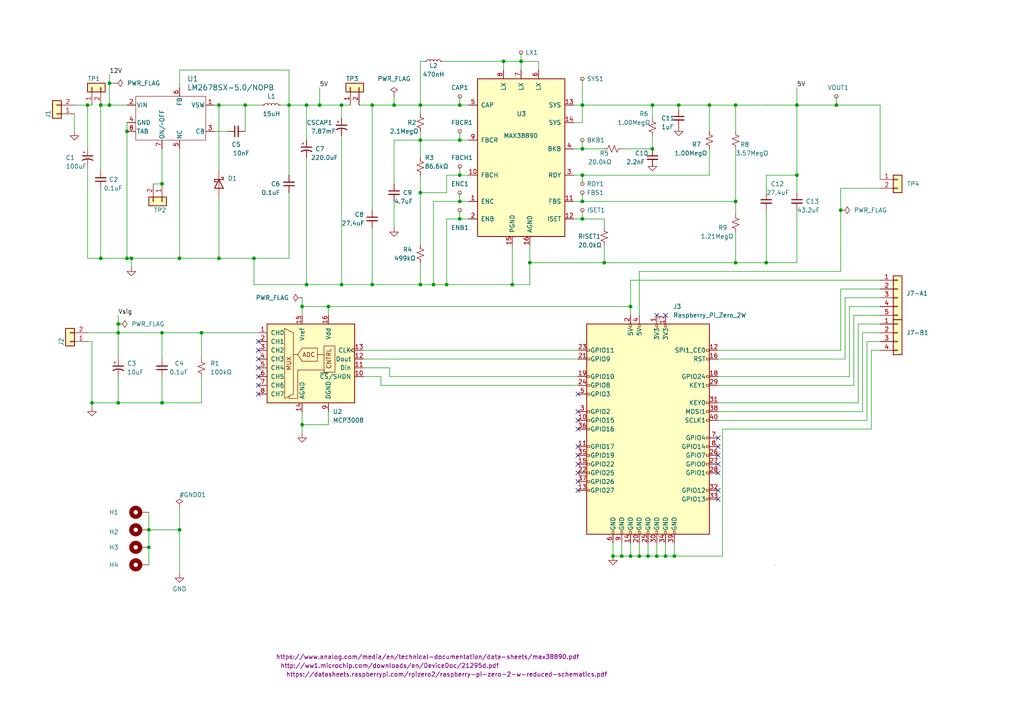
<source format=kicad_sch>
(kicad_sch (version 20230121) (generator eeschema)
  (paper "A4")
  (title_block (title "DATA CAPTURE MODULE") (date "2023-10-11") (rev "B - 3") (company "HNOI / SDSU") (comment 1 "By Kevin Wilkins, Fadi Shebli, Johnhenry Do, Sarah Muayad, and Ian McEwan"))
  (lib_symbols
    (symbol "AAA_Senior_Design:LM2678SX-5.0_NOPB" (pin_names (offset 0.254))
      (property "Reference" "U" (at 7.62 2.54 0))
      (property "Value" "LM2678SX-5.0/NOPB" (at 2.54 12.7 0))
      (symbol "LM2678SX-5.0_NOPB_0_1"
        (polyline (pts (xy 7.62 -12.7) (xy 27.94 -12.7)) (stroke (width 0.127)))
        (polyline (pts (xy 7.62 0) (xy 7.62 -12.7)) (stroke (width 0.127)))
        (polyline (pts (xy 27.94 -12.7) (xy 27.94 0)) (stroke (width 0.127)))
        (polyline (pts (xy 27.94 0) (xy 7.62 0)) (stroke (width 0.127)))
      )
      (symbol "LM2678SX-5.0_NOPB_1_1"
        (pin output line (at 30.48 -2.54 180) (length 2.54) (name "VSW") (number "1"))
        (pin input line (at 5.08 -2.54 0) (length 2.54) (name "VIN") (number "2"))
        (pin passive line (at 30.48 -10.16 180) (length 2.54) (name "CB") (number "3"))
        (pin passive line (at 5.08 -7.62 0) (length 2.54) (name "GND") (number "4"))
        (pin passive line (at 20.32 -15.24 90) (length 2.54) (name "NC") (number "5"))
        (pin passive line (at 20.32 2.54 270) (length 2.54) (name "FB") (number "6"))
        (pin passive line (at 15.24 -15.24 90) (length 2.54) (name "ON/~OFF") (number "7"))
        (pin unspecified line (at 5.08 -10.16 0) (length 2.54) (name "TAB") (number "8"))
      )
    )
    (symbol "AAA_Senior_Design:MAX38890" (pin_names (offset 1.016))
      (property "Reference" "U" (at 10.16 -12.7 0))
      (property "Value" "MAX38890" (at 7.62 -10.16 0))
      (property "Footprint" "Package_DFN_QFN:TQFN-16-1EP_3x3mm_P0.5mm_EP1.23x1.23mm" (at -27.94 22.86 0))
      (property "Datasheet" "https://www.analog.com/media/en/technical-documentation/data-sheets/max38890.pdf" (at -27.94 20.32 0))
      (symbol "MAX38890_0_0"
        (text "" (at 19.4056 -22.1996 0) (effects (font (size 1.27 1.27))))
      )
      (symbol "MAX38890_0_1"
        (rectangle (start 0.1016 5.08) (end 25.4 -40.64) (stroke (width 0.254)) (fill (type background)))
      )
      (symbol "MAX38890_1_1"
        (pin input line (at -2.54 -30.48 0) (length 2.54) (name "ENC") (number "1"))
        (pin input line (at -2.54 -22.86 0) (length 2.54) (name "FBCH") (number "10"))
        (pin output line (at 27.94 -30.48 180) (length 2.54) (name "FBS") (number "11"))
        (pin output line (at 27.94 -35.56 180) (length 2.54) (name "ISET") (number "12"))
        (pin power_out line (at 27.94 -2.54 180) (length 2.54) (name "SYS") (number "13"))
        (pin power_out line (at 27.94 -7.62 180) (length 2.54) (name "SYS") (number "14"))
        (pin power_in line (at 10.16 -43.18 90) (length 2.54) (name "PGND") (number "15"))
        (pin power_in line (at 15.24 -43.18 90) (length 2.54) (name "AGND") (number "16"))
        (pin input line (at -2.54 -35.56 0) (length 2.54) (name "ENB") (number "2"))
        (pin output line (at 27.94 -22.86 180) (length 2.54) (name "RDY") (number "3"))
        (pin output line (at 27.94 -15.24 180) (length 2.54) (name "BKB") (number "4"))
        (pin power_in line (at -2.54 -2.54 0) (length 2.54) (name "CAP") (number "5"))
        (pin bidirectional line (at 17.78 7.62 270) (length 2.54) (name "LX") (number "6"))
        (pin bidirectional line (at 12.7 7.62 270) (length 2.54) (name "LX") (number "7"))
        (pin bidirectional line (at 7.62 7.62 270) (length 2.54) (name "LX") (number "8"))
        (pin input line (at -2.54 -12.7 0) (length 2.54) (name "FBCR") (number "9"))
      )
    )
    (symbol "AAA_Senior_Design:Raspberry_Zero_2W" (pin_names (offset 1.016))
      (property "Reference" "J" (at -17.78 31.75 0))
      (property "Value" "Raspberry_Pi_Zero_2W" (at 10.16 -31.75 0))
      (symbol "Raspberry_Zero_2W_0_1"
        (rectangle (start -17.78 30.48) (end 17.78 -30.48) (stroke (width 0.254)) (fill (type background)))
      )
      (symbol "Raspberry_Zero_2W_1_1"
        (rectangle (start -16.891 -17.526) (end -17.78 -18.034))
        (rectangle (start -16.891 -14.986) (end -17.78 -15.494))
        (rectangle (start -16.891 -12.446) (end -17.78 -12.954))
        (rectangle (start -16.891 -9.906) (end -17.78 -10.414))
        (rectangle (start -16.891 -7.366) (end -17.78 -7.874))
        (rectangle (start -16.891 -4.826) (end -17.78 -5.334))
        (rectangle (start -16.891 0.254) (end -17.78 -0.254))
        (rectangle (start -16.891 2.794) (end -17.78 2.286))
        (rectangle (start -16.891 5.334) (end -17.78 4.826))
        (rectangle (start -16.891 10.414) (end -17.78 9.906))
        (rectangle (start -16.891 12.954) (end -17.78 12.446))
        (rectangle (start -16.891 15.494) (end -17.78 14.986))
        (rectangle (start -16.891 20.574) (end -17.78 20.066))
        (rectangle (start -16.891 23.114) (end -17.78 22.606))
        (rectangle (start -10.414 -29.591) (end -9.906 -30.48))
        (rectangle (start -7.874 -29.591) (end -7.366 -30.48))
        (rectangle (start -5.334 -29.591) (end -4.826 -30.48))
        (rectangle (start -5.334 30.48) (end -4.826 29.591))
        (rectangle (start -2.794 -29.591) (end -2.286 -30.48))
        (rectangle (start -2.794 30.48) (end -2.286 29.591))
        (rectangle (start -0.254 -29.591) (end 0.254 -30.48))
        (rectangle (start 2.286 -29.591) (end 2.794 -30.48))
        (rectangle (start 2.286 30.48) (end 2.794 29.591))
        (rectangle (start 4.826 -29.591) (end 5.334 -30.48))
        (rectangle (start 4.826 30.48) (end 5.334 29.591))
        (rectangle (start 7.366 -29.591) (end 7.874 -30.48))
        (rectangle (start 16.891 23.114) (end 17.78 22.606))
        (rectangle (start 17.78 -20.066) (end 16.891 -20.574))
        (rectangle (start 17.78 -17.526) (end 16.891 -18.034))
        (rectangle (start 17.78 -12.446) (end 16.891 -12.954))
        (rectangle (start 17.78 -9.906) (end 16.891 -10.414))
        (rectangle (start 17.78 -7.366) (end 16.891 -7.874))
        (rectangle (start 17.78 -4.826) (end 16.891 -5.334))
        (rectangle (start 17.78 -2.286) (end 16.891 -2.794))
        (rectangle (start 17.78 2.794) (end 16.891 2.286))
        (rectangle (start 17.78 5.334) (end 16.891 4.826))
        (rectangle (start 17.78 7.874) (end 16.891 7.366))
        (rectangle (start 17.78 12.954) (end 16.891 12.446))
        (rectangle (start 17.78 15.494) (end 16.891 14.986))
        (rectangle (start 17.78 20.574) (end 16.891 20.066))
        (pin power_in line (at 2.54 33.02 270) (length 2.54) (name "3V3") (number "1"))
        (pin bidirectional line (at -20.32 2.54 0) (length 2.54) (name "GPIO15") (number "10"))
        (pin bidirectional line (at -20.32 -5.08 0) (length 2.54) (name "GPIO17") (number "11"))
        (pin bidirectional line (at 20.32 22.86 180) (length 2.54) (name "SPI1_CE0") (number "12"))
        (pin bidirectional line (at -20.32 -17.78 0) (length 2.54) (name "GPIO27") (number "13"))
        (pin power_in line (at -5.08 -33.02 90) (length 2.54) (name "GND") (number "14"))
        (pin bidirectional line (at -20.32 -10.16 0) (length 2.54) (name "GPIO22") (number "15"))
        (pin bidirectional line (at 20.32 20.32 180) (length 2.54) (name "RST") (number "16"))
        (pin power_in line (at 5.08 33.02 270) (length 2.54) (name "3V3") (number "17"))
        (pin bidirectional line (at 20.32 15.24 180) (length 2.54) (name "GPIO24") (number "18"))
        (pin bidirectional line (at -20.32 15.24 0) (length 2.54) (name "GPIO10") (number "19"))
        (pin power_in line (at -5.08 33.02 270) (length 2.54) (name "5V") (number "2"))
        (pin power_in line (at -2.54 -33.02 90) (length 2.54) (name "GND") (number "20"))
        (pin bidirectional line (at -20.32 20.32 0) (length 2.54) (name "GPIO9") (number "21"))
        (pin bidirectional line (at -20.32 -12.7 0) (length 2.54) (name "GPIO25") (number "22"))
        (pin bidirectional line (at -20.32 22.86 0) (length 2.54) (name "GPIO11") (number "23"))
        (pin bidirectional line (at -20.32 12.7 0) (length 2.54) (name "GPIO8") (number "24"))
        (pin power_in line (at 0 -33.02 90) (length 2.54) (name "GND") (number "25"))
        (pin bidirectional line (at 20.32 -7.62 180) (length 2.54) (name "GPIO7") (number "26"))
        (pin bidirectional line (at 20.32 -10.16 180) (length 2.54) (name "GPIO0") (number "27"))
        (pin bidirectional line (at 20.32 -12.7 180) (length 2.54) (name "GPIO1") (number "28"))
        (pin bidirectional line (at 20.32 12.7 180) (length 2.54) (name "KEY1") (number "29"))
        (pin bidirectional line (at -20.32 5.08 0) (length 2.54) (name "GPIO2") (number "3"))
        (pin power_in line (at 2.54 -33.02 90) (length 2.54) (name "GND") (number "30"))
        (pin bidirectional line (at 20.32 7.62 180) (length 2.54) (name "KEY0") (number "31"))
        (pin bidirectional line (at 20.32 -17.78 180) (length 2.54) (name "GPIO12") (number "32"))
        (pin bidirectional line (at 20.32 -20.32 180) (length 2.54) (name "GPIO13") (number "33"))
        (pin power_in line (at 5.08 -33.02 90) (length 2.54) (name "GND") (number "34"))
        (pin bidirectional line (at -20.32 -7.62 0) (length 2.54) (name "GPIO19") (number "35"))
        (pin bidirectional line (at -20.32 0 0) (length 2.54) (name "GPIO16") (number "36"))
        (pin bidirectional line (at -20.32 -15.24 0) (length 2.54) (name "GPIO26") (number "37"))
        (pin bidirectional line (at 20.32 5.08 180) (length 2.54) (name "MOSI1") (number "38"))
        (pin power_in line (at 7.62 -33.02 90) (length 2.54) (name "GND") (number "39"))
        (pin power_in line (at -2.54 33.02 270) (length 2.54) (name "5V") (number "4"))
        (pin bidirectional line (at 20.32 2.54 180) (length 2.54) (name "SCLK1") (number "40"))
        (pin bidirectional line (at -20.32 10.16 0) (length 2.54) (name "GPIO3") (number "5"))
        (pin power_in line (at -10.16 -33.02 90) (length 2.54) (name "GND") (number "6"))
        (pin bidirectional line (at 20.32 -2.54 180) (length 2.54) (name "GPIO4") (number "7"))
        (pin bidirectional line (at 20.32 -5.08 180) (length 2.54) (name "GPIO14") (number "8"))
        (pin power_in line (at -7.62 -33.02 90) (length 2.54) (name "GND") (number "9"))
      )
    )
    (symbol "Analog_ADC:MCP3008" (pin_names (offset 1.016))
      (property "Reference" "U" (at -5.08 13.335 0))
      (property "Value" "MCP3008" (at -5.08 11.43 0))
      (symbol "MCP3008_0_0"
        (text "ADC" (at -0.635 1.27 0) (effects (font (size 1.27 1.27))))
        (text "CNTRL" (at 5.969 -2.921 900) (effects (font (size 1.27 1.27)) (justify left bottom)))
        (text "MUX" (at -6.35 -1.27 900) (effects (font (size 1.27 1.27))))
      )
      (symbol "MCP3008_0_1"
        (polyline (pts (xy -3.81 1.27) (xy -5.08 1.27)))
        (polyline (pts (xy 1.905 1.27) (xy 3.81 1.27)))
        (polyline (pts (xy -7.62 8.89) (xy -7.62 -11.43) (xy -5.08 -10.16) (xy -5.08 7.62) (xy -7.62 8.89)))
        (polyline (pts (xy 3.81 -3.175) (xy -3.81 -3.175) (xy -3.81 -11.43) (xy -6.35 -11.43) (xy -6.35 -10.795)))
        (polyline (pts (xy 1.905 3.175) (xy 1.905 -0.635) (xy -2.54 -0.635) (xy -3.81 1.27) (xy -2.54 3.175) (xy 1.905 3.175)))
        (rectangle (start 3.81 -3.81) (end 6.985 3.81))
        (rectangle (start 12.7 -12.7) (end -12.7 10.16) (stroke (width 0.254)) (fill (type background)))
      )
      (symbol "MCP3008_1_1"
        (pin input line (at -15.24 7.62 0) (length 2.54) (name "CH0") (number "1"))
        (pin input line (at 15.24 -5.08 180) (length 2.54) (name "~{CS}/SHDN") (number "10"))
        (pin input line (at 15.24 -2.54 180) (length 2.54) (name "Din") (number "11"))
        (pin output line (at 15.24 0 180) (length 2.54) (name "Dout") (number "12"))
        (pin input clock (at 15.24 2.54 180) (length 2.54) (name "CLK") (number "13"))
        (pin power_in line (at -2.54 -15.24 90) (length 2.54) (name "AGND") (number "14"))
        (pin power_in line (at -2.54 12.7 270) (length 2.54) (name "Vref") (number "15"))
        (pin power_in line (at 5.08 12.7 270) (length 2.54) (name "Vdd") (number "16"))
        (pin input line (at -15.24 5.08 0) (length 2.54) (name "CH1") (number "2"))
        (pin input line (at -15.24 2.54 0) (length 2.54) (name "CH2") (number "3"))
        (pin input line (at -15.24 0 0) (length 2.54) (name "CH3") (number "4"))
        (pin input line (at -15.24 -2.54 0) (length 2.54) (name "CH4") (number "5"))
        (pin input line (at -15.24 -5.08 0) (length 2.54) (name "CH5") (number "6"))
        (pin input line (at -15.24 -7.62 0) (length 2.54) (name "CH6") (number "7"))
        (pin input line (at -15.24 -10.16 0) (length 2.54) (name "CH7") (number "8"))
        (pin power_in line (at 5.08 -15.24 90) (length 2.54) (name "DGND") (number "9"))
      )
    )
    (symbol "Connector:TestPoint_Small" (pin_numbers hide) (pin_names (offset 0.762) hide)
      (property "Reference" "TP" (at 0 3.81 0))
      (property "Value" "TestPoint_Small" (at 0 2.032 0))
      (symbol "TestPoint_Small_0_1"
        (circle (center 0 0) (radius 0.508))
      )
      (symbol "TestPoint_Small_1_1"
        (pin passive line (at 0 0 90) (length 0) (name "1") (number "1"))
      )
    )
    (symbol "Connector_Generic:Conn_01x02" (pin_names (offset 1.016) hide)
      (property "Reference" "J" (at 0 2.54 0))
      (property "Value" "Conn_01x02" (at 0 -5.08 0))
      (symbol "Conn_01x02_1_1"
        (rectangle (start -1.27 -2.413) (end 0 -2.667) (stroke (width 0.1524)))
        (rectangle (start -1.27 0.127) (end 0 -0.127) (stroke (width 0.1524)))
        (rectangle (start -1.27 1.27) (end 1.27 -3.81) (stroke (width 0.254)) (fill (type background)))
        (pin passive line (at -5.08 0 0) (length 3.81) (name "Pin_1") (number "1"))
        (pin passive line (at -5.08 -2.54 0) (length 3.81) (name "Pin_2") (number "2"))
      )
    )
    (symbol "Connector_Generic:Conn_01x04" (pin_names (offset 1.016) hide)
      (property "Reference" "J" (at 0 5.08 0))
      (property "Value" "Conn_01x04" (at 0 -7.62 0))
      (symbol "Conn_01x04_1_1"
        (rectangle (start -1.27 -4.953) (end 0 -5.207) (stroke (width 0.1524)))
        (rectangle (start -1.27 -2.413) (end 0 -2.667) (stroke (width 0.1524)))
        (rectangle (start -1.27 0.127) (end 0 -0.127) (stroke (width 0.1524)))
        (rectangle (start -1.27 2.667) (end 0 2.413) (stroke (width 0.1524)))
        (rectangle (start -1.27 3.81) (end 1.27 -6.35) (stroke (width 0.254)) (fill (type background)))
        (pin passive line (at -5.08 2.54 0) (length 3.81) (name "Pin_1") (number "1"))
        (pin passive line (at -5.08 0 0) (length 3.81) (name "Pin_2") (number "2"))
        (pin passive line (at -5.08 -2.54 0) (length 3.81) (name "Pin_3") (number "3"))
        (pin passive line (at -5.08 -5.08 0) (length 3.81) (name "Pin_4") (number "4"))
      )
    )
    (symbol "Connector_Generic:Conn_01x05" (pin_names (offset 1.016) hide)
      (property "Reference" "J" (at 0 7.62 0))
      (property "Value" "Conn_01x05" (at 0 -7.62 0))
      (symbol "Conn_01x05_1_1"
        (rectangle (start -1.27 -4.953) (end 0 -5.207) (stroke (width 0.1524)))
        (rectangle (start -1.27 -2.413) (end 0 -2.667) (stroke (width 0.1524)))
        (rectangle (start -1.27 0.127) (end 0 -0.127) (stroke (width 0.1524)))
        (rectangle (start -1.27 2.667) (end 0 2.413) (stroke (width 0.1524)))
        (rectangle (start -1.27 5.207) (end 0 4.953) (stroke (width 0.1524)))
        (rectangle (start -1.27 6.35) (end 1.27 -6.35) (stroke (width 0.254)) (fill (type background)))
        (pin passive line (at -5.08 5.08 0) (length 3.81) (name "Pin_1") (number "1"))
        (pin passive line (at -5.08 2.54 0) (length 3.81) (name "Pin_2") (number "2"))
        (pin passive line (at -5.08 0 0) (length 3.81) (name "Pin_3") (number "3"))
        (pin passive line (at -5.08 -2.54 0) (length 3.81) (name "Pin_4") (number "4"))
        (pin passive line (at -5.08 -5.08 0) (length 3.81) (name "Pin_5") (number "5"))
      )
    )
    (symbol "Device:C_Polarized_Small_US" (pin_numbers hide) (pin_names (offset 0.254) hide)
      (property "Reference" "C" (at 0.254 1.778 0))
      (property "Value" "C_Polarized_Small_US" (at 0.254 -2.032 0))
      (symbol "C_Polarized_Small_US_0_1"
        (polyline (pts (xy -1.524 0.508) (xy 1.524 0.508)) (stroke (width 0.3048)))
        (polyline (pts (xy -1.27 1.524) (xy -0.762 1.524)))
        (polyline (pts (xy -1.016 1.27) (xy -1.016 1.778)))
        (arc (start 1.524 -0.762) (mid 0 -0.3734) (end -1.524 -0.762) (stroke (width 0.3048)))
      )
      (symbol "C_Polarized_Small_US_1_1"
        (pin passive line (at 0 2.54 270) (length 2.032) (name "~") (number "1"))
        (pin passive line (at 0 -2.54 90) (length 2.032) (name "~") (number "2"))
      )
    )
    (symbol "Device:C_Small" (pin_numbers hide) (pin_names (offset 0.254) hide)
      (property "Reference" "C" (at 0.254 1.778 0))
      (property "Value" "C_Small" (at 0.254 -2.032 0))
      (symbol "C_Small_0_1"
        (polyline (pts (xy -1.524 -0.508) (xy 1.524 -0.508)) (stroke (width 0.3302)))
        (polyline (pts (xy -1.524 0.508) (xy 1.524 0.508)) (stroke (width 0.3048)))
      )
      (symbol "C_Small_1_1"
        (pin passive line (at 0 2.54 270) (length 2.032) (name "~") (number "1"))
        (pin passive line (at 0 -2.54 90) (length 2.032) (name "~") (number "2"))
      )
    )
    (symbol "Device:D_Schottky" (pin_numbers hide) (pin_names (offset 1.016) hide)
      (property "Reference" "D" (at 0 2.54 0))
      (property "Value" "D_Schottky" (at 0 -2.54 0))
      (symbol "D_Schottky_0_1"
        (polyline (pts (xy 1.27 0) (xy -1.27 0)))
        (polyline (pts (xy 1.27 1.27) (xy 1.27 -1.27) (xy -1.27 0) (xy 1.27 1.27)) (stroke (width 0.254)))
        (polyline (pts (xy -1.905 0.635) (xy -1.905 1.27) (xy -1.27 1.27) (xy -1.27 -1.27) (xy -0.635 -1.27) (xy -0.635 -0.635)) (stroke (width 0.254)))
      )
      (symbol "D_Schottky_1_1"
        (pin passive line (at -3.81 0 0) (length 2.54) (name "K") (number "1"))
        (pin passive line (at 3.81 0 180) (length 2.54) (name "A") (number "2"))
      )
    )
    (symbol "Device:L_Small" (pin_numbers hide) (pin_names (offset 0.254) hide)
      (property "Reference" "L" (at 0.762 1.016 0))
      (property "Value" "L_Small" (at 0.762 -1.016 0))
      (symbol "L_Small_0_1"
        (arc (start 0 -2.032) (mid 0.5058 -1.524) (end 0 -1.016))
        (arc (start 0 -1.016) (mid 0.5058 -0.508) (end 0 0))
        (arc (start 0 0) (mid 0.5058 0.508) (end 0 1.016))
        (arc (start 0 1.016) (mid 0.5058 1.524) (end 0 2.032))
      )
      (symbol "L_Small_1_1"
        (pin passive line (at 0 2.54 270) (length 0.508) (name "~") (number "1"))
        (pin passive line (at 0 -2.54 90) (length 0.508) (name "~") (number "2"))
      )
    )
    (symbol "Device:R_Small_US" (pin_numbers hide) (pin_names (offset 0.254) hide)
      (property "Reference" "R" (at 0.762 0.508 0))
      (property "Value" "R_Small_US" (at 0.762 -1.016 0))
      (symbol "R_Small_US_1_1"
        (polyline (pts (xy 0 0) (xy 1.016 -0.381) (xy 0 -0.762) (xy -1.016 -1.143) (xy 0 -1.524)))
        (polyline (pts (xy 0 1.524) (xy 1.016 1.143) (xy 0 0.762) (xy -1.016 0.381) (xy 0 0)))
        (pin passive line (at 0 2.54 270) (length 1.016) (name "~") (number "1"))
        (pin passive line (at 0 -2.54 90) (length 1.016) (name "~") (number "2"))
      )
    )
    (symbol "Mechanical:MountingHole_Pad" (pin_numbers hide) (pin_names (offset 1.016) hide)
      (property "Reference" "H" (at 0 6.35 0))
      (property "Value" "MountingHole_Pad" (at 0 4.445 0))
      (symbol "MountingHole_Pad_0_1"
        (circle (center 0 1.27) (radius 1.27) (stroke (width 1.27)))
      )
      (symbol "MountingHole_Pad_1_1"
        (pin input line (at 0 -2.54 90) (length 2.54) (name "1") (number "1"))
      )
    )
    (symbol "power:GND" (power) (pin_names (offset 0))
      (property "Value" "GND" (at 0 -3.81 0))
      (symbol "GND_0_1"
        (polyline (pts (xy 0 0) (xy 0 -1.27) (xy 1.27 -1.27) (xy 0 -2.54) (xy -1.27 -1.27) (xy 0 -1.27)))
      )
      (symbol "GND_1_1"
        (pin power_in line (at 0 0 270) (length 0) hide (name "GND") (number "1"))
      )
    )
    (symbol "power:PWR_FLAG" (power) (pin_numbers hide) (pin_names (offset 0) hide)
      (property "Value" "PWR_FLAG" (at 0 3.81 0))
      (symbol "PWR_FLAG_0_0"
        (pin power_out line (at 0 0 90) (length 0) (name "pwr") (number "1"))
      )
      (symbol "PWR_FLAG_0_1"
        (polyline (pts (xy 0 0) (xy 0 1.27) (xy -1.016 1.905) (xy 0 2.54) (xy 1.016 1.905) (xy 0 1.27)))
      )
    )
  )
  (junction (at 63.5 30.48))
  (junction (at 38.1 74.93))
  (junction (at 114.3 30.48))
  (junction (at 58.42 96.52))
  (junction (at 133.35 58.42))
  (junction (at 121.92 55.88))
  (junction (at 46.99 96.52))
  (junction (at 34.29 93.98))
  (junction (at 36.83 38.1))
  (junction (at 31.75 24.13))
  (junction (at 151.13 17.78))
  (junction (at 168.91 58.42))
  (junction (at 182.88 161.29))
  (junction (at 189.23 43.18))
  (junction (at 243.84 60.96))
  (junction (at 213.36 30.48))
  (junction (at 46.99 53.34))
  (junction (at 88.9 30.48))
  (junction (at 52.07 153.67))
  (junction (at 133.35 30.48))
  (junction (at 187.96 161.29))
  (junction (at 34.29 96.52))
  (junction (at 222.25 76.2))
  (junction (at 25.4 30.48))
  (junction (at 92.71 30.48))
  (junction (at 189.23 30.48))
  (junction (at 26.67 116.84))
  (junction (at 99.06 30.48))
  (junction (at 213.36 58.42))
  (junction (at 87.63 123.19))
  (junction (at 88.9 82.55))
  (junction (at 34.29 116.84))
  (junction (at 36.83 74.93))
  (junction (at 168.91 43.18))
  (junction (at 73.66 74.93))
  (junction (at 195.58 161.29))
  (junction (at 52.07 74.93))
  (junction (at 87.63 88.9))
  (junction (at 29.21 74.93))
  (junction (at 182.88 88.9))
  (junction (at 31.75 30.48))
  (junction (at 205.74 30.48))
  (junction (at 133.35 63.5))
  (junction (at 185.42 161.29))
  (junction (at 133.35 40.64))
  (junction (at 46.99 116.84))
  (junction (at 29.21 30.48))
  (junction (at 168.91 30.48))
  (junction (at 177.8 161.29))
  (junction (at 43.18 153.67))
  (junction (at 125.73 82.55))
  (junction (at 190.5 161.29))
  (junction (at 168.91 50.8))
  (junction (at 153.67 76.2))
  (junction (at 83.82 30.48))
  (junction (at 43.18 158.75))
  (junction (at 133.35 50.8))
  (junction (at 148.59 82.55))
  (junction (at 242.57 30.48))
  (junction (at 168.91 63.5))
  (junction (at 231.14 30.48))
  (junction (at 121.92 30.48))
  (junction (at 107.95 82.55))
  (junction (at 99.06 82.55))
  (junction (at 107.95 30.48))
  (junction (at 63.5 74.93))
  (junction (at 180.34 161.29))
  (junction (at 71.12 30.48))
  (junction (at 231.14 50.8))
  (junction (at 121.92 40.64))
  (junction (at 213.36 76.2))
  (junction (at 175.26 76.2))
  (junction (at 121.92 82.55))
  (junction (at 196.85 30.48))
  (junction (at 193.04 161.29))
  (junction (at 95.25 88.9))
  (junction (at 146.05 17.78))
  (junction (at 129.54 82.55))
  (no_connect (at 208.28 132.08))
  (no_connect (at 208.28 127))
  (no_connect (at 167.64 132.08))
  (no_connect (at 208.28 142.24))
  (no_connect (at 74.93 101.6))
  (no_connect (at 208.28 129.54))
  (no_connect (at 74.93 114.3))
  (no_connect (at 190.5 91.44))
  (no_connect (at 74.93 111.76))
  (no_connect (at 167.64 119.38))
  (no_connect (at 167.64 129.54))
  (no_connect (at 167.64 124.46))
  (no_connect (at 167.64 114.3))
  (no_connect (at 167.64 134.62))
  (no_connect (at 167.64 142.24))
  (no_connect (at 167.64 137.16))
  (no_connect (at 208.28 144.78))
  (no_connect (at 74.93 109.22))
  (no_connect (at 193.04 91.44))
  (no_connect (at 208.28 134.62))
  (no_connect (at 167.64 121.92))
  (no_connect (at 74.93 104.14))
  (no_connect (at 74.93 106.68))
  (no_connect (at 74.93 99.06))
  (no_connect (at 208.28 137.16))
  (no_connect (at 167.64 139.7))
  (wire (pts (xy 185.42 161.29) (xy 187.96 161.29)))
  (wire (pts (xy 83.82 30.48) (xy 88.9 30.48)))
  (wire (pts (xy 175.26 76.2) (xy 213.36 76.2)))
  (wire (pts (xy 151.13 17.78) (xy 146.05 17.78)))
  (wire (pts (xy 182.88 81.28) (xy 255.27 81.28)))
  (wire (pts (xy 125.73 58.42) (xy 125.73 82.55)))
  (wire (pts (xy 63.5 74.93) (xy 73.66 74.93)))
  (wire (pts (xy 121.92 55.88) (xy 129.54 55.88)))
  (wire (pts (xy 87.63 88.9) (xy 87.63 86.36)))
  (wire (pts (xy 133.35 63.5) (xy 135.89 63.5)))
  (wire (pts (xy 190.5 157.48) (xy 190.5 161.29)))
  (wire (pts (xy 88.9 40.64) (xy 88.9 30.48)))
  (wire (pts (xy 213.36 30.48) (xy 213.36 38.1)))
  (wire (pts (xy 245.11 86.36) (xy 245.11 104.14)))
  (wire (pts (xy 58.42 96.52) (xy 58.42 104.14)))
  (wire (pts (xy 168.91 50.8) (xy 205.74 50.8)))
  (wire (pts (xy 205.74 30.48) (xy 205.74 38.1)))
  (wire (pts (xy 153.67 82.55) (xy 148.59 82.55)))
  (wire (pts (xy 151.13 17.78) (xy 156.21 17.78)))
  (wire (pts (xy 196.85 30.48) (xy 205.74 30.48)))
  (wire (pts (xy 129.54 50.8) (xy 133.35 50.8)))
  (wire (pts (xy 133.35 40.64) (xy 135.89 40.64)))
  (wire (pts (xy 121.92 33.02) (xy 121.92 30.48)))
  (wire (pts (xy 88.9 30.48) (xy 92.71 30.48)))
  (wire (pts (xy 243.84 54.61) (xy 243.84 60.96)))
  (wire (pts (xy 110.49 111.76) (xy 167.64 111.76)))
  (wire (pts (xy 73.66 82.55) (xy 88.9 82.55)))
  (wire (pts (xy 151.13 17.78) (xy 151.13 20.32)))
  (wire (pts (xy 121.92 82.55) (xy 125.73 82.55)))
  (wire (pts (xy 193.04 161.29) (xy 195.58 161.29)))
  (wire (pts (xy 251.46 99.06) (xy 255.27 99.06)))
  (wire (pts (xy 26.67 99.06) (xy 26.67 116.84)))
  (wire (pts (xy 36.83 35.56) (xy 36.83 38.1)))
  (wire (pts (xy 83.82 20.32) (xy 83.82 30.48)))
  (wire (pts (xy 128.27 17.78) (xy 146.05 17.78)))
  (wire (pts (xy 92.71 30.48) (xy 99.06 30.48)))
  (wire (pts (xy 250.19 96.52) (xy 250.19 119.38)))
  (wire (pts (xy 21.59 33.02) (xy 21.59 38.1)))
  (wire (pts (xy 21.59 30.48) (xy 25.4 30.48)))
  (wire (pts (xy 168.91 58.42) (xy 213.36 58.42)))
  (wire (pts (xy 255.27 54.61) (xy 243.84 54.61)))
  (wire (pts (xy 113.03 106.68) (xy 113.03 109.22)))
  (wire (pts (xy 182.88 81.28) (xy 182.88 88.9)))
  (wire (pts (xy 88.9 82.55) (xy 88.9 45.72)))
  (wire (pts (xy 29.21 54.61) (xy 29.21 74.93)))
  (wire (pts (xy 29.21 74.93) (xy 36.83 74.93)))
  (wire (pts (xy 31.75 24.13) (xy 33.02 24.13)))
  (wire (pts (xy 125.73 82.55) (xy 129.54 82.55)))
  (wire (pts (xy 52.07 147.32) (xy 52.07 153.67)))
  (wire (pts (xy 62.23 30.48) (xy 63.5 30.48)))
  (wire (pts (xy 34.29 96.52) (xy 34.29 104.14)))
  (wire (pts (xy 168.91 55.88) (xy 168.91 58.42)))
  (wire (pts (xy 185.42 157.48) (xy 185.42 161.29)))
  (wire (pts (xy 105.41 104.14) (xy 167.64 104.14)))
  (wire (pts (xy 185.42 78.74) (xy 185.42 91.44)))
  (wire (pts (xy 25.4 74.93) (xy 29.21 74.93)))
  (wire (pts (xy 110.49 109.22) (xy 110.49 111.76)))
  (wire (pts (xy 25.4 48.26) (xy 25.4 74.93)))
  (wire (pts (xy 123.19 17.78) (xy 121.92 17.78)))
  (wire (pts (xy 36.83 74.93) (xy 38.1 74.93)))
  (wire (pts (xy 177.8 161.29) (xy 180.34 161.29)))
  (wire (pts (xy 243.84 101.6) (xy 243.84 83.82)))
  (wire (pts (xy 114.3 58.42) (xy 114.3 66.04)))
  (wire (pts (xy 113.03 109.22) (xy 167.64 109.22)))
  (wire (pts (xy 252.73 101.6) (xy 252.73 124.46)))
  (wire (pts (xy 121.92 38.1) (xy 121.92 40.64)))
  (wire (pts (xy 205.74 30.48) (xy 213.36 30.48)))
  (wire (pts (xy 222.25 50.8) (xy 231.14 50.8)))
  (wire (pts (xy 133.35 30.48) (xy 135.89 30.48)))
  (wire (pts (xy 153.67 76.2) (xy 153.67 82.55)))
  (wire (pts (xy 52.07 43.18) (xy 52.07 74.93)))
  (wire (pts (xy 121.92 55.88) (xy 121.92 71.12)))
  (wire (pts (xy 195.58 161.29) (xy 209.55 161.29)))
  (wire (pts (xy 121.92 40.64) (xy 133.35 40.64)))
  (wire (pts (xy 121.92 40.64) (xy 121.92 45.72)))
  (wire (pts (xy 208.28 101.6) (xy 243.84 101.6)))
  (wire (pts (xy 87.63 88.9) (xy 95.25 88.9)))
  (wire (pts (xy 166.37 43.18) (xy 168.91 43.18)))
  (wire (pts (xy 26.67 116.84) (xy 34.29 116.84)))
  (wire (pts (xy 189.23 30.48) (xy 196.85 30.48)))
  (wire (pts (xy 133.35 48.26) (xy 133.35 50.8)))
  (wire (pts (xy 195.58 157.48) (xy 195.58 161.29)))
  (wire (pts (xy 166.37 35.56) (xy 168.91 35.56)))
  (wire (pts (xy 71.12 30.48) (xy 76.2 30.48)))
  (wire (pts (xy 25.4 30.48) (xy 25.4 43.18)))
  (wire (pts (xy 87.63 123.19) (xy 87.63 125.73)))
  (wire (pts (xy 231.14 25.4) (xy 231.14 30.48)))
  (wire (pts (xy 95.25 88.9) (xy 182.88 88.9)))
  (wire (pts (xy 107.95 66.04) (xy 107.95 82.55)))
  (wire (pts (xy 107.95 30.48) (xy 107.95 60.96)))
  (wire (pts (xy 34.29 96.52) (xy 46.99 96.52)))
  (wire (pts (xy 83.82 30.48) (xy 83.82 50.8)))
  (wire (pts (xy 87.63 123.19) (xy 95.25 123.19)))
  (wire (pts (xy 43.18 153.67) (xy 52.07 153.67)))
  (wire (pts (xy 208.28 121.92) (xy 251.46 121.92)))
  (wire (pts (xy 166.37 63.5) (xy 168.91 63.5)))
  (wire (pts (xy 58.42 96.52) (xy 74.93 96.52)))
  (wire (pts (xy 168.91 43.18) (xy 175.26 43.18)))
  (wire (pts (xy 208.28 111.76) (xy 247.65 111.76)))
  (wire (pts (xy 175.26 71.12) (xy 175.26 76.2)))
  (wire (pts (xy 180.34 157.48) (xy 180.34 161.29)))
  (wire (pts (xy 231.14 50.8) (xy 231.14 55.88)))
  (wire (pts (xy 168.91 63.5) (xy 175.26 63.5)))
  (wire (pts (xy 36.83 38.1) (xy 36.83 74.93)))
  (wire (pts (xy 193.04 161.29) (xy 190.5 161.29)))
  (wire (pts (xy 189.23 30.48) (xy 189.23 34.29)))
  (wire (pts (xy 208.28 119.38) (xy 250.19 119.38)))
  (wire (pts (xy 34.29 91.44) (xy 34.29 93.98)))
  (wire (pts (xy 246.38 109.22) (xy 246.38 88.9)))
  (wire (pts (xy 222.25 60.96) (xy 222.25 76.2)))
  (wire (pts (xy 26.67 99.06) (xy 25.4 99.06)))
  (wire (pts (xy 95.25 88.9) (xy 95.25 91.44)))
  (wire (pts (xy 107.95 82.55) (xy 121.92 82.55)))
  (wire (pts (xy 31.75 21.59) (xy 31.75 24.13)))
  (wire (pts (xy 31.75 30.48) (xy 36.83 30.48)))
  (wire (pts (xy 52.07 153.67) (xy 52.07 166.37)))
  (wire (pts (xy 46.99 96.52) (xy 46.99 104.14)))
  (wire (pts (xy 129.54 50.8) (xy 129.54 55.88)))
  (wire (pts (xy 243.84 83.82) (xy 255.27 83.82)))
  (wire (pts (xy 189.23 46.99) (xy 189.23 48.26)))
  (wire (pts (xy 168.91 40.64) (xy 168.91 43.18)))
  (wire (pts (xy 153.67 71.12) (xy 153.67 76.2)))
  (wire (pts (xy 34.29 93.98) (xy 34.29 96.52)))
  (wire (pts (xy 63.5 57.15) (xy 63.5 74.93)))
  (wire (pts (xy 213.36 62.23) (xy 213.36 58.42)))
  (wire (pts (xy 243.84 60.96) (xy 243.84 78.74)))
  (wire (pts (xy 133.35 58.42) (xy 135.89 58.42)))
  (wire (pts (xy 114.3 27.94) (xy 114.3 30.48)))
  (wire (pts (xy 133.35 27.94) (xy 133.35 30.48)))
  (wire (pts (xy 58.42 109.22) (xy 58.42 116.84)))
  (wire (pts (xy 168.91 30.48) (xy 166.37 30.48)))
  (wire (pts (xy 121.92 50.8) (xy 121.92 55.88)))
  (wire (pts (xy 133.35 60.96) (xy 133.35 63.5)))
  (wire (pts (xy 129.54 82.55) (xy 148.59 82.55)))
  (wire (pts (xy 104.14 30.48) (xy 107.95 30.48)))
  (wire (pts (xy 92.71 25.4) (xy 92.71 30.48)))
  (wire (pts (xy 46.99 109.22) (xy 46.99 116.84)))
  (wire (pts (xy 63.5 30.48) (xy 63.5 49.53)))
  (wire (pts (xy 43.18 158.75) (xy 43.18 163.83)))
  (wire (pts (xy 43.18 153.67) (xy 43.18 158.75)))
  (wire (pts (xy 231.14 30.48) (xy 231.14 50.8)))
  (wire (pts (xy 105.41 106.68) (xy 113.03 106.68)))
  (wire (pts (xy 182.88 88.9) (xy 182.88 91.44)))
  (wire (pts (xy 133.35 50.8) (xy 135.89 50.8)))
  (wire (pts (xy 29.21 30.48) (xy 31.75 30.48)))
  (wire (pts (xy 121.92 76.2) (xy 121.92 82.55)))
  (wire (pts (xy 180.34 43.18) (xy 189.23 43.18)))
  (wire (pts (xy 34.29 109.22) (xy 34.29 116.84)))
  (wire (pts (xy 250.19 96.52) (xy 255.27 96.52)))
  (wire (pts (xy 252.73 101.6) (xy 255.27 101.6)))
  (wire (pts (xy 208.28 109.22) (xy 246.38 109.22)))
  (wire (pts (xy 168.91 30.48) (xy 189.23 30.48)))
  (wire (pts (xy 156.21 20.32) (xy 156.21 17.78)))
  (wire (pts (xy 87.63 88.9) (xy 87.63 91.44)))
  (wire (pts (xy 31.75 24.13) (xy 31.75 30.48)))
  (wire (pts (xy 168.91 53.34) (xy 168.91 50.8)))
  (wire (pts (xy 182.88 161.29) (xy 185.42 161.29)))
  (wire (pts (xy 26.67 116.84) (xy 26.67 118.11)))
  (wire (pts (xy 46.99 96.52) (xy 58.42 96.52)))
  (wire (pts (xy 185.42 78.74) (xy 243.84 78.74)))
  (wire (pts (xy 166.37 50.8) (xy 168.91 50.8)))
  (wire (pts (xy 189.23 39.37) (xy 189.23 43.18)))
  (wire (pts (xy 151.13 15.24) (xy 151.13 17.78)))
  (wire (pts (xy 99.06 39.37) (xy 99.06 82.55)))
  (wire (pts (xy 95.25 123.19) (xy 95.25 119.38)))
  (wire (pts (xy 114.3 40.64) (xy 114.3 53.34)))
  (wire (pts (xy 105.41 101.6) (xy 167.64 101.6)))
  (wire (pts (xy 209.55 124.46) (xy 252.73 124.46)))
  (wire (pts (xy 196.85 30.48) (xy 196.85 31.75)))
  (wire (pts (xy 114.3 40.64) (xy 121.92 40.64)))
  (wire (pts (xy 231.14 30.48) (xy 242.57 30.48)))
  (wire (pts (xy 46.99 43.18) (xy 46.99 53.34)))
  (wire (pts (xy 148.59 71.12) (xy 148.59 82.55)))
  (wire (pts (xy 193.04 157.48) (xy 193.04 161.29)))
  (wire (pts (xy 231.14 60.96) (xy 231.14 76.2)))
  (wire (pts (xy 29.21 30.48) (xy 29.21 49.53)))
  (wire (pts (xy 83.82 55.88) (xy 83.82 74.93)))
  (wire (pts (xy 129.54 63.5) (xy 133.35 63.5)))
  (wire (pts (xy 46.99 116.84) (xy 58.42 116.84)))
  (wire (pts (xy 182.88 157.48) (xy 182.88 161.29)))
  (wire (pts (xy 205.74 43.18) (xy 205.74 50.8)))
  (wire (pts (xy 121.92 17.78) (xy 121.92 30.48)))
  (wire (pts (xy 99.06 30.48) (xy 99.06 34.29)))
  (wire (pts (xy 247.65 111.76) (xy 247.65 91.44)))
  (wire (pts (xy 175.26 63.5) (xy 175.26 66.04)))
  (wire (pts (xy 43.18 148.59) (xy 43.18 153.67)))
  (wire (pts (xy 213.36 67.31) (xy 213.36 76.2)))
  (wire (pts (xy 125.73 58.42) (xy 133.35 58.42)))
  (wire (pts (xy 52.07 74.93) (xy 63.5 74.93)))
  (wire (pts (xy 110.49 109.22) (xy 105.41 109.22)))
  (wire (pts (xy 114.3 30.48) (xy 121.92 30.48)))
  (wire (pts (xy 71.12 30.48) (xy 71.12 38.1)))
  (wire (pts (xy 63.5 30.48) (xy 71.12 30.48)))
  (wire (pts (xy 168.91 60.96) (xy 168.91 63.5)))
  (wire (pts (xy 248.92 116.84) (xy 248.92 93.98)))
  (wire (pts (xy 168.91 22.86) (xy 168.91 30.48)))
  (wire (pts (xy 34.29 116.84) (xy 46.99 116.84)))
  (wire (pts (xy 38.1 74.93) (xy 38.1 77.47)))
  (wire (pts (xy 25.4 30.48) (xy 26.67 30.48)))
  (wire (pts (xy 99.06 30.48) (xy 101.6 30.48)))
  (wire (pts (xy 242.57 27.94) (xy 242.57 30.48)))
  (wire (pts (xy 213.36 30.48) (xy 231.14 30.48)))
  (wire (pts (xy 248.92 93.98) (xy 255.27 93.98)))
  (wire (pts (xy 81.28 30.48) (xy 83.82 30.48)))
  (wire (pts (xy 168.91 35.56) (xy 168.91 30.48)))
  (wire (pts (xy 38.1 74.93) (xy 52.07 74.93)))
  (wire (pts (xy 133.35 55.88) (xy 133.35 58.42)))
  (wire (pts (xy 246.38 88.9) (xy 255.27 88.9)))
  (wire (pts (xy 99.06 82.55) (xy 107.95 82.55)))
  (wire (pts (xy 222.25 50.8) (xy 222.25 55.88)))
  (wire (pts (xy 180.34 161.29) (xy 182.88 161.29)))
  (wire (pts (xy 107.95 30.48) (xy 114.3 30.48)))
  (wire (pts (xy 190.5 161.29) (xy 187.96 161.29)))
  (wire (pts (xy 73.66 74.93) (xy 73.66 82.55)))
  (wire (pts (xy 255.27 30.48) (xy 242.57 30.48)))
  (wire (pts (xy 44.45 53.34) (xy 46.99 53.34)))
  (wire (pts (xy 251.46 121.92) (xy 251.46 99.06)))
  (wire (pts (xy 129.54 63.5) (xy 129.54 82.55)))
  (wire (pts (xy 52.07 25.4) (xy 52.07 20.32)))
  (wire (pts (xy 133.35 38.1) (xy 133.35 40.64)))
  (wire (pts (xy 187.96 157.48) (xy 187.96 161.29)))
  (wire (pts (xy 66.04 38.1) (xy 62.23 38.1)))
  (wire (pts (xy 52.07 20.32) (xy 83.82 20.32)))
  (wire (pts (xy 247.65 91.44) (xy 255.27 91.44)))
  (wire (pts (xy 87.63 119.38) (xy 87.63 123.19)))
  (wire (pts (xy 213.36 76.2) (xy 222.25 76.2)))
  (wire (pts (xy 213.36 43.18) (xy 213.36 58.42)))
  (wire (pts (xy 25.4 96.52) (xy 34.29 96.52)))
  (wire (pts (xy 146.05 20.32) (xy 146.05 17.78)))
  (wire (pts (xy 255.27 86.36) (xy 245.11 86.36)))
  (wire (pts (xy 153.67 76.2) (xy 175.26 76.2)))
  (wire (pts (xy 222.25 76.2) (xy 231.14 76.2)))
  (wire (pts (xy 88.9 82.55) (xy 99.06 82.55)))
  (wire (pts (xy 208.28 116.84) (xy 248.92 116.84)))
  (wire (pts (xy 255.27 30.48) (xy 255.27 52.07)))
  (wire (pts (xy 121.92 30.48) (xy 133.35 30.48)))
  (wire (pts (xy 209.55 124.46) (xy 209.55 161.29)))
  (wire (pts (xy 83.82 74.93) (xy 73.66 74.93)))
  (wire (pts (xy 177.8 157.48) (xy 177.8 161.29)))
  (wire (pts (xy 208.28 104.14) (xy 245.11 104.14)))
  (wire (pts (xy 166.37 58.42) (xy 168.91 58.42)))
  (rectangle (start 224.79 163.83) (end 224.79 163.83))
  (rectangle (start 220.98 31.75) (end 220.98 31.75))
  (label "12V" (at 31.75 21.59 0))
  (label "5V" (at 92.71 25.4 0))
  (label "Vsig" (at 34.29 91.44 0))
  (label "5V" (at 231.14 25.4 0))
  (symbol (lib_id "Connector:TestPoint_Small") (at 151.13 15.24 0) (unit 1)
    (property "Reference" "LX1" (at 152.4 15.24 0) (effects (justify left)))
    (property "Value" "TestPoint_Small" (effects hide))
    (property "Footprint" "Connector_Wire:SolderWire-1sqmm_1x02_P5.4mm_D1.4mm_OD2.7mm" (effects hide))
  )
  (symbol (lib_id "Device:C_Small") (at 231.14 58.42 0) (unit 1)
    (property "Reference" "C13" (at 233.68 58.42 0) (effects (justify left)))
    (property "Value" "43.2uF" (at 231.14 60.96 0) (effects (justify left)))
  )
  (symbol (lib_id "Connector:TestPoint_Small") (at 133.35 38.1 0) (unit 1)
    (property "Reference" "FBCR1" (at 130.81 35.56 0) (effects (justify left)))
    (property "Value" "TestPoint_Small" (effects hide))
    (property "Footprint" "Connector_Wire:SolderWire-1sqmm_1x02_P5.4mm_D1.4mm_OD2.7mm" (effects hide))
  )
  (symbol (lib_id "Connector:TestPoint_Small") (at 168.91 22.86 0) (unit 1)
    (property "Reference" "SYS1" (at 170.18 22.86 0) (effects (justify left)))
    (property "Value" "TestPoint_Small" (effects hide))
    (property "Footprint" "Connector_Wire:SolderWire-1sqmm_1x02_P5.4mm_D1.4mm_OD2.7mm" (effects hide))
  )
  (symbol (lib_id "AAA_Senior_Design:LM2678SX-5.0_NOPB") (at 31.75 27.94 0) (unit 1)
    (property "Reference" "U1" (at 54.2641 22.86 0) (effects (font (size 1.524 1.524)) (justify left)))
    (property "Value" "LM2678SX-5.0/NOPB" (at 54.2641 25.4 0) (effects (font (size 1.524 1.524)) (justify left)))
    (property "Footprint" "TS7B" (effects hide))
    (property "Datasheet" "LM2678SX-5.0/NOPB" (effects hide))
  )
  (symbol (lib_id "Connector:TestPoint_Small") (at 242.57 27.94 0) (unit 1)
    (property "Reference" "VOUT1" (at 240.03 25.4 0) (effects (justify left)))
    (property "Value" "TestPoint_Small" (effects hide))
    (property "Footprint" "Connector_Wire:SolderWire-1sqmm_1x02_P5.4mm_D1.4mm_OD2.7mm" (effects hide))
  )
  (symbol (lib_id "Device:C_Polarized_Small_US") (at 99.06 36.83 0) (unit 1)
    (property "Reference" "CSCAP1" (at 88.9 35.56 0) (effects (justify left)))
    (property "Value" "7.87mF" (at 90.17 38.1 0) (effects (justify left)))
  )
  (symbol (lib_id "Device:R_Small_US") (at 121.92 48.26 0) (unit 1)
    (property "Reference" "R3" (at 123.19 45.72 0) (effects (justify left)))
    (property "Value" "86.6kΩ" (at 123.19 48.26 0) (effects (justify left)))
  )
  (symbol (lib_id "Connector_Generic:Conn_01x02") (at 26.67 25.4 90) (unit 1)
    (property "Reference" "TP1" (at 25.4 22.86 90) (effects (justify right)))
    (property "Value" "Conn_01x02" (effects hide))
    (property "Footprint" "Connector_Wire:SolderWire-1sqmm_1x02_P5.4mm_D1.4mm_OD2.7mm" (effects hide))
  )
  (symbol (lib_id "Connector:TestPoint_Small") (at 168.91 53.34 0) (unit 1)
    (property "Reference" "RDY1" (at 170.18 53.34 0) (effects (justify left)))
    (property "Value" "TestPoint_Small" (effects hide))
    (property "Footprint" "Connector_Wire:SolderWire-1sqmm_1x02_P5.4mm_D1.4mm_OD2.7mm" (effects hide))
  )
  (symbol (lib_id "power:GND") (at 52.07 166.37 0) (unit 1)
    (property "Reference" "#PWR09" (effects hide))
    (property "Value" "GND" (at 52.07 170.815 0))
  )
  (symbol (lib_id "Device:R_Small_US") (at 175.26 68.58 0) (unit 1)
    (property "Reference" "RISET1" (at 167.64 68.58 0) (effects (justify left)))
    (property "Value" "20.0kΩ" (at 167.64 71.12 0) (effects (justify left)))
  )
  (symbol (lib_id "Connector:TestPoint_Small") (at 168.91 60.96 0) (unit 1)
    (property "Reference" "ISET1" (at 170.18 60.96 0) (effects (justify left)))
    (property "Value" "TestPoint_Small" (effects hide))
    (property "Footprint" "Connector_Wire:SolderWire-1sqmm_1x02_P5.4mm_D1.4mm_OD2.7mm" (effects hide))
  )
  (symbol (lib_id "Device:C_Polarized_Small_US") (at 34.29 106.68 0) (unit 1)
    (property "Reference" "C3" (at 36.83 105.41 0) (effects (justify left)))
    (property "Value" "10uF" (at 36.83 107.95 0) (effects (justify left)))
    (property "Footprint" "Capacitor_THT:CP_Radial_D5.0mm_P2.00mm" (effects hide))
  )
  (symbol (lib_id "Device:C_Small") (at 189.23 45.72 0) (unit 1)
    (property "Reference" "C10" (at 184.15 44.45 0) (effects (justify left)))
    (property "Value" "2.2nF" (at 181.61 46.99 0) (effects (justify left)))
  )
  (symbol (lib_id "Device:C_Polarized_Small_US") (at 25.4 45.72 0) (unit 1)
    (property "Reference" "C1" (at 19.05 45.72 0) (effects (justify left)))
    (property "Value" "100uF" (at 19.05 48.26 0) (effects (justify left)))
    (property "Footprint" "Capacitor_THT:CP_Radial_D8.0mm_P2.50mm" (effects hide))
  )
  (symbol (lib_id "power:GND") (at 114.3 66.04 0) (unit 1)
    (property "Reference" "#PWR05" (effects hide))
    (property "Value" "GND" (effects hide))
  )
  (symbol (lib_id "Connector_Generic:Conn_01x02") (at 20.32 99.06 180) (unit 1)
    (property "Reference" "J2" (at 17.78 100.33 90) (effects (justify right)))
    (property "Value" "Conn_01x02" (effects hide))
    (property "Footprint" "Connector_PinHeader_2.54mm:PinHeader_1x02_P2.54mm_Vertical" (effects hide))
  )
  (symbol (lib_id "Device:C_Small") (at 46.99 106.68 180) (unit 1)
    (property "Reference" "C4" (at 53.34 105.41 0) (effects (justify left)))
    (property "Value" "0.1uF" (at 54.61 107.95 0) (effects (justify left)))
    (property "Footprint" "Capacitor_SMD:C_1206_3216Metric" (effects hide))
  )
  (symbol (lib_id "power:GND") (at 196.85 36.83 0) (unit 1)
    (property "Reference" "#PWR08" (effects hide))
    (property "Value" "GND" (effects hide))
  )
  (symbol (lib_id "Mechanical:MountingHole_Pad") (at 40.64 153.67 90) (unit 1)
    (property "Reference" "H2" (at 33.02 154.305 90))
    (property "Value" "MountingHole_Pad" (effects hide))
    (property "Footprint" "MountingHole:MountingHole_3.2mm_M3_Pad" (effects hide))
  )
  (symbol (lib_id "Device:D_Schottky") (at 63.5 53.34 270) (unit 1)
    (property "Reference" "D1" (at 66.04 51.7525 90) (effects (justify left)))
    (property "Value" "40V" (effects hide))
    (property "Footprint" "AAA_senior_design:D2PAK_STM" (effects hide))
  )
  (symbol (lib_id "Connector_Generic:Conn_01x05") (at 260.35 86.36 0) (unit 1)
    (property "Reference" "J7-A1" (at 262.89 85.09 0) (effects (justify left)))
    (property "Value" "Conn_01x05" (effects hide))
    (property "Footprint" "Connector_PinSocket_2.54mm:PinSocket_1x05_P2.54mm_Vertical" (effects hide))
  )
  (symbol (lib_id "Connector_Generic:Conn_01x02") (at 101.6 25.4 90) (unit 1)
    (property "Reference" "TP3" (at 100.33 22.86 90) (effects (justify right)))
    (property "Value" "Conn_01x02" (effects hide))
    (property "Footprint" "Connector_Wire:SolderWire-1sqmm_1x02_P5.4mm_D1.4mm_OD2.7mm" (effects hide))
  )
  (symbol (lib_id "power:PWR_FLAG") (at 34.29 93.98 270) (unit 1)
    (property "Reference" "#FLG02" (effects hide))
    (property "Value" "PWR_FLAG" (at 38.1 93.98 90) (effects (justify left)))
  )
  (symbol (lib_id "Device:R_Small_US") (at 121.92 35.56 0) (unit 1)
    (property "Reference" "R2" (at 118.11 35.56 0) (effects (justify left)))
    (property "Value" "2.1MegΩ" (at 113.03 38.1 0) (effects (justify left)))
  )
  (symbol (lib_id "Device:C_Small") (at 222.25 58.42 0) (unit 1)
    (property "Reference" "C12" (at 223.52 53.34 0) (effects (justify left)))
    (property "Value" "27.4uF" (at 222.25 55.88 0) (effects (justify left)))
  )
  (symbol (lib_id "Analog_ADC:MCP3008") (at 90.17 104.14 0) (unit 1)
    (property "Reference" "U2" (at 96.52 119.38 0) (effects (justify left)))
    (property "Value" "MCP3008" (at 96.52 121.92 0) (effects (justify left)))
    (property "Footprint" "Package_DIP:DIP-16_W7.62mm_LongPads" (effects hide))
    (property "Datasheet" "http://ww1.microchip.com/downloads/en/DeviceDoc/21295d.pdf" (at 113.03 193.04 0))
  )
  (symbol (lib_id "Device:L_Small") (at 78.74 30.48 90) (unit 1)
    (property "Reference" "L1" (at 78.74 27.94 90))
    (property "Value" "15uH" (at 78.74 33.02 90))
    (property "Footprint" "AAA_senior_design:15uHInductor" (effects hide))
  )
  (symbol (lib_id "power:GND") (at 177.8 161.29 0) (unit 1)
    (property "Reference" "#PWR06" (effects hide))
    (property "Value" "GND" (effects hide))
  )
  (symbol (lib_id "Device:R_Small_US") (at 205.74 40.64 0) (unit 1)
    (property "Reference" "R7" (at 200.66 41.91 0) (effects (justify left)))
    (property "Value" "1.00MegΩ" (at 195.58 44.45 0) (effects (justify left)))
  )
  (symbol (lib_id "Connector:TestPoint_Small") (at 133.35 48.26 0) (unit 1)
    (property "Reference" "FBCH1" (at 130.81 45.72 0) (effects (justify left)))
    (property "Value" "TestPoint_Small" (effects hide))
    (property "Footprint" "Connector_Wire:SolderWire-1sqmm_1x02_P5.4mm_D1.4mm_OD2.7mm" (effects hide))
  )
  (symbol (lib_id "Connector:TestPoint_Small") (at 168.91 40.64 0) (unit 1)
    (property "Reference" "BKB1" (at 170.18 40.64 0) (effects (justify left)))
    (property "Value" "TestPoint_Small" (effects hide))
    (property "Footprint" "Connector_Wire:SolderWire-1sqmm_1x02_P5.4mm_D1.4mm_OD2.7mm" (effects hide))
  )
  (symbol (lib_id "Device:L_Small") (at 125.73 17.78 90) (unit 1)
    (property "Reference" "L2" (at 125.73 19.05 90))
    (property "Value" "470nH" (at 125.73 21.59 90))
  )
  (symbol (lib_id "Device:R_Small_US") (at 177.8 43.18 90) (unit 1)
    (property "Reference" "R5" (at 175.26 44.45 90))
    (property "Value" "20.0kΩ" (at 173.99 46.99 90))
  )
  (symbol (lib_id "Device:C_Small") (at 68.58 38.1 90) (unit 1)
    (property "Reference" "C5" (at 69.85 41.91 90) (effects (justify left)))
    (property "Value" "10nF" (at 72.39 44.45 90) (effects (justify left)))
    (property "Footprint" "Capacitor_THT:CP_Radial_D10.0mm_P3.80mm" (effects hide))
  )
  (symbol (lib_id "power:GND") (at 189.23 46.99 0) (unit 1)
    (property "Reference" "#PWR07" (effects hide))
    (property "Value" "GND" (effects hide))
  )
  (symbol (lib_id "power:PWR_FLAG") (at 33.02 24.13 270) (unit 1)
    (property "Reference" "#FLG01" (effects hide))
    (property "Value" "PWR_FLAG" (at 36.83 24.13 90) (effects (justify left)))
  )
  (symbol (lib_id "Mechanical:MountingHole_Pad") (at 40.64 158.75 90) (unit 1)
    (property "Reference" "H3" (at 33.02 158.75 90))
    (property "Value" "MountingHole_Pad" (effects hide))
    (property "Footprint" "MountingHole:MountingHole_3.2mm_M3_Pad" (effects hide))
  )
  (symbol (lib_id "Connector:TestPoint_Small") (at 168.91 55.88 0) (unit 1)
    (property "Reference" "FBS1" (at 170.18 55.88 0) (effects (justify left)))
    (property "Value" "TestPoint_Small" (effects hide))
    (property "Footprint" "Connector_Wire:SolderWire-1sqmm_1x02_P5.4mm_D1.4mm_OD2.7mm" (effects hide))
  )
  (symbol (lib_id "Device:R_Small_US") (at 213.36 40.64 0) (unit 1)
    (property "Reference" "R8" (at 214.63 41.91 0) (effects (justify left)))
    (property "Value" "3.57MegΩ" (at 213.36 44.45 0) (effects (justify left)))
  )
  (symbol (lib_id "Connector_Generic:Conn_01x02") (at 46.99 58.42 270) (unit 1)
    (property "Reference" "TP2" (at 48.26 60.96 90) (effects (justify right)))
    (property "Value" "Conn_01x02" (effects hide))
    (property "Footprint" "Connector_PinHeader_2.54mm:PinHeader_1x02_P2.54mm_Vertical" (effects hide))
  )
  (symbol (lib_id "power:PWR_FLAG") (at 52.07 147.32 0) (unit 1)
    (property "Reference" "#GND01" (at 55.88 143.51 0))
    (property "Value" "PWR_FLAG" (effects hide))
  )
  (symbol (lib_id "Device:C_Small") (at 196.85 34.29 0) (unit 1)
    (property "Reference" "C11" (at 191.77 34.29 0) (effects (justify left)))
    (property "Value" "1uF" (at 191.77 36.83 0) (effects (justify left)))
  )
  (symbol (lib_id "AAA_Senior_Design:Raspberry_Zero_2W") (at 187.96 124.46 0) (unit 1)
    (property "Reference" "J3" (at 195.2341 88.9 0) (effects (justify left)))
    (property "Value" "Raspberry_Pi_Zero_2W" (at 195.2341 91.44 0) (effects (justify left)))
    (property "Footprint" "Module:Raspberry_Pi_Zero_Socketed_THT_FaceDown_MountingHoles" (effects hide))
    (property "Datasheet" "https://datasheets.raspberrypi.com/rpizero2/raspberry-pi-zero-2-w-reduced-schematics.pdf" (at 129.54 195.58 0))
  )
  (symbol (lib_id "Connector:TestPoint_Small") (at 133.35 27.94 0) (unit 1)
    (property "Reference" "CAP1" (at 130.81 25.4 0) (effects (justify left)))
    (property "Value" "TestPoint_Small" (effects hide))
    (property "Footprint" "Connector_Wire:SolderWire-1sqmm_1x02_P5.4mm_D1.4mm_OD2.7mm" (effects hide))
  )
  (symbol (lib_id "Device:R_Small_US") (at 189.23 36.83 0) (unit 1)
    (property "Reference" "R6" (at 185.42 33.02 0) (effects (justify left)))
    (property "Value" "1.00MegΩ" (at 179.07 35.56 0) (effects (justify left)))
  )
  (symbol (lib_id "Mechanical:MountingHole_Pad") (at 40.64 163.83 90) (unit 1)
    (property "Reference" "H4" (at 33.02 163.83 90))
    (property "Value" "MountingHole_Pad" (effects hide))
    (property "Footprint" "MountingHole:MountingHole_3.2mm_M3_Pad" (effects hide))
  )
  (symbol (lib_id "Device:R_Small_US") (at 213.36 64.77 0) (unit 1)
    (property "Reference" "R9" (at 208.28 66.04 0) (effects (justify left)))
    (property "Value" "1.21MegΩ" (at 203.2 68.58 0) (effects (justify left)))
  )
  (symbol (lib_id "power:GND") (at 21.59 38.1 0) (unit 1)
    (property "Reference" "#PWR02" (effects hide))
    (property "Value" "GND" (effects hide))
  )
  (symbol (lib_id "Device:C_Small") (at 29.21 52.07 180) (unit 1)
    (property "Reference" "C2" (at 34.29 52.07 0) (effects (justify left)))
    (property "Value" "0.1uF" (at 35.56 54.61 0) (effects (justify left)))
    (property "Footprint" "Capacitor_THT:CP_Radial_D5.0mm_P2.50mm" (effects hide))
  )
  (symbol (lib_id "Device:C_Polarized_Small_US") (at 88.9 43.18 0) (unit 1)
    (property "Reference" "C7" (at 91.44 43.18 0) (effects (justify left)))
    (property "Value" "220.0uF" (at 90.17 45.72 0) (effects (justify left)))
  )
  (symbol (lib_id "Connector_Generic:Conn_01x04") (at 260.35 96.52 0) (unit 1)
    (property "Reference" "J7-B1" (at 262.89 96.52 0) (effects (justify left)))
    (property "Value" "Conn_01x04" (effects hide))
    (property "Footprint" "Connector_PinSocket_2.54mm:PinSocket_1x04_P2.54mm_Vertical" (effects hide))
  )
  (symbol (lib_id "AAA_Senior_Design:MAX38890") (at 138.43 27.94 0) (unit 1)
    (property "Reference" "U3" (at 149.86 33.02 0) (effects (justify left)))
    (property "Value" "MAX38890" (at 146.05 39.37 0) (effects (justify left)))
    (property "Footprint" "Package_DFN_QFN:TQFN-16-1EP_3x3mm_P0.5mm_EP1.23x1.23mm" (effects hide))
    (property "Datasheet" "https://www.analog.com/media/en/technical-documentation/data-sheets/max38890.pdf" (at 80.01 190.5 0) (effects (justify left)))
  )
  (symbol (lib_id "power:GND") (at 38.1 77.47 0) (unit 1)
    (property "Reference" "#PWR03" (effects hide))
    (property "Value" "GND" (effects hide))
  )
  (symbol (lib_id "Device:C_Small") (at 107.95 63.5 0) (unit 1)
    (property "Reference" "C8" (at 102.87 62.23 0) (effects (justify left)))
    (property "Value" "27.4uF" (at 99.06 64.77 0) (effects (justify left)))
  )
  (symbol (lib_id "Connector_Generic:Conn_01x02") (at 260.35 52.07 0) (unit 1)
    (property "Reference" "TP4" (at 266.7 53.34 0) (effects (justify right)))
    (property "Value" "Conn_01x02" (effects hide))
    (property "Footprint" "Connector_Wire:SolderWire-1sqmm_1x02_P5.4mm_D1.4mm_OD2.7mm" (effects hide))
  )
  (symbol (lib_id "Device:R_Small_US") (at 58.42 106.68 0) (unit 1)
    (property "Reference" "R1" (at 60.96 105.41 0) (effects (justify left)))
    (property "Value" "100kΩ" (at 60.96 107.95 0) (effects (justify left)))
  )
  (symbol (lib_id "Mechanical:MountingHole_Pad") (at 40.64 148.59 90) (unit 1)
    (property "Reference" "H1" (at 33.02 148.59 90))
    (property "Value" "MountingHole_Pad" (effects hide))
    (property "Footprint" "MountingHole:MountingHole_3.2mm_M3_Pad" (effects hide))
  )
  (symbol (lib_id "power:PWR_FLAG") (at 87.63 86.36 90) (unit 1)
    (property "Reference" "#FLG04" (effects hide))
    (property "Value" "PWR_FLAG" (at 83.82 86.36 90) (effects (justify left)))
  )
  (symbol (lib_id "Device:C_Small") (at 83.82 53.34 180) (unit 1)
    (property "Reference" "C6" (at 81.28 53.34 0) (effects (justify left)))
    (property "Value" "0.1uF" (at 81.28 55.88 0) (effects (justify left)))
    (property "Footprint" "Capacitor_THT:CP_Radial_D5.0mm_P2.50mm" (effects hide))
  )
  (symbol (lib_id "Connector:TestPoint_Small") (at 133.35 60.96 0) (unit 1)
    (property "Reference" "ENB1" (at 130.81 66.04 0) (effects (justify left)))
    (property "Value" "TestPoint_Small" (effects hide))
    (property "Footprint" "Connector_Wire:SolderWire-1sqmm_1x02_P5.4mm_D1.4mm_OD2.7mm" (effects hide))
  )
  (symbol (lib_id "power:GND") (at 87.63 125.73 0) (unit 1)
    (property "Reference" "#PWR04" (effects hide))
    (property "Value" "GND" (effects hide))
  )
  (symbol (lib_id "power:PWR_FLAG") (at 114.3 27.94 0) (unit 1)
    (property "Reference" "#FLG05" (effects hide))
    (property "Value" "PWR_FLAG" (at 114.3 22.86 0))
  )
  (symbol (lib_id "Connector:TestPoint_Small") (at 133.35 55.88 0) (unit 1)
    (property "Reference" "ENC1" (at 130.81 53.34 0) (effects (justify left)))
    (property "Value" "TestPoint_Small" (effects hide))
    (property "Footprint" "Connector_Wire:SolderWire-1sqmm_1x02_P5.4mm_D1.4mm_OD2.7mm" (effects hide))
  )
  (symbol (lib_id "Device:C_Small") (at 114.3 55.88 0) (unit 1)
    (property "Reference" "C9" (at 116.84 55.88 0) (effects (justify left)))
    (property "Value" "4.7uF" (at 114.3 58.42 0) (effects (justify left)))
  )
  (symbol (lib_id "power:PWR_FLAG") (at 243.84 60.96 270) (unit 1)
    (property "Reference" "#FLG06" (effects hide))
    (property "Value" "PWR_FLAG" (at 247.65 60.96 90) (effects (justify left)))
  )
  (symbol (lib_id "Connector_Generic:Conn_01x02") (at 16.51 33.02 180) (unit 1)
    (property "Reference" "J1" (at 13.97 34.29 90) (effects (justify right)))
    (property "Value" "Conn_01x02" (effects hide))
    (property "Footprint" "Connector_PinHeader_2.54mm:PinHeader_1x02_P2.54mm_Vertical" (effects hide))
  )
  (symbol (lib_id "Device:R_Small_US") (at 121.92 73.66 0) (unit 1)
    (property "Reference" "R4" (at 116.84 72.39 0) (effects (justify left)))
    (property "Value" "499kΩ" (at 114.3 74.93 0) (effects (justify left)))
  )
  (symbol (lib_id "power:GND") (at 26.67 118.11 0) (unit 1)
    (property "Reference" "#PWR01" (effects hide))
    (property "Value" "GND" (effects hide))
  )
)
</source>
